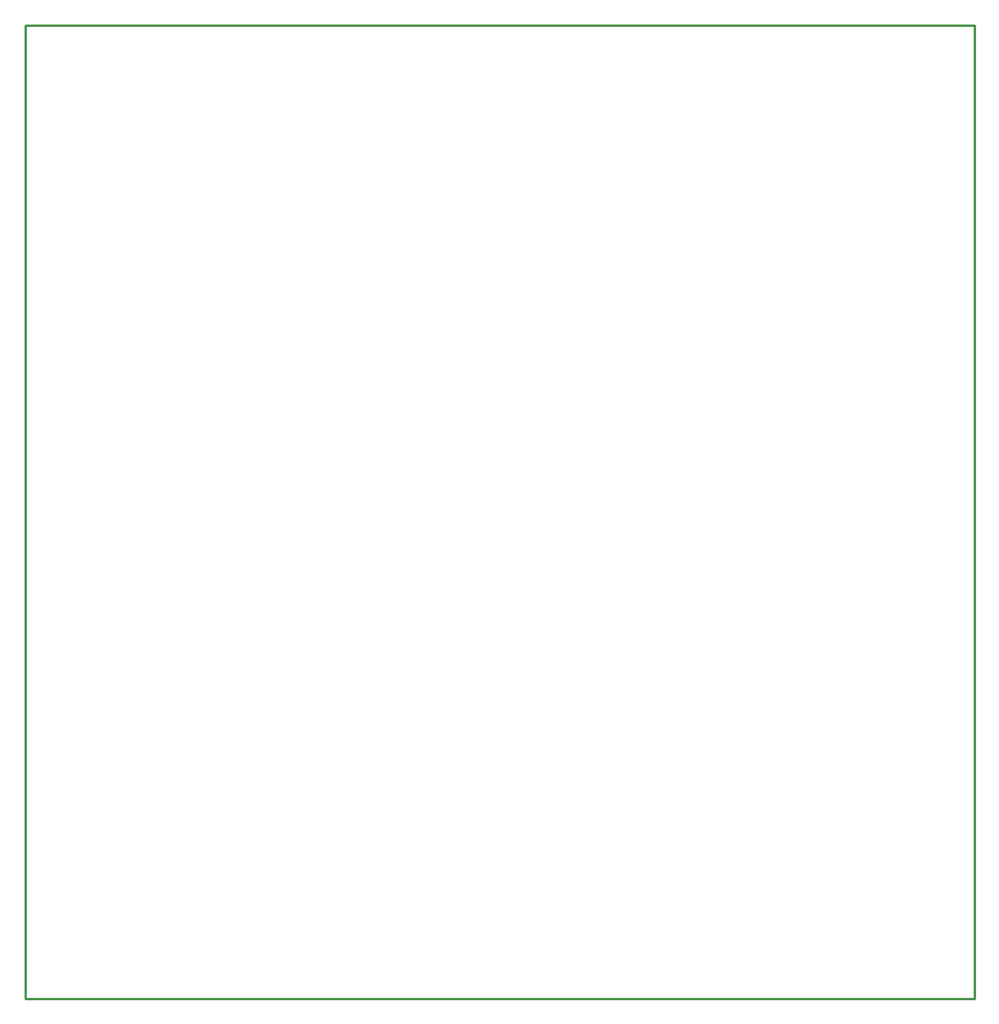
<source format=gko>
G04 Layer: BoardOutlineLayer*
G04 EasyEDA v6.5.23, 2023-08-12 17:48:43*
G04 Gerber Generator version 0.2*
G04 Scale: 100 percent, Rotated: No, Reflected: No *
G04 Dimensions in millimeters *
G04 leading zeros omitted , absolute positions ,4 integer and 5 decimal *
%FSLAX45Y45*%
%MOMM*%

%ADD10C,0.2540*%
D10*
X508000Y14224000D02*
G01*
X10668000Y14224000D01*
X10668000Y3810000D01*
X5842000Y3810000D01*
X508000Y3810000D01*
X508000Y8890000D01*
X508000Y14224000D01*

%LPD*%
M02*

</source>
